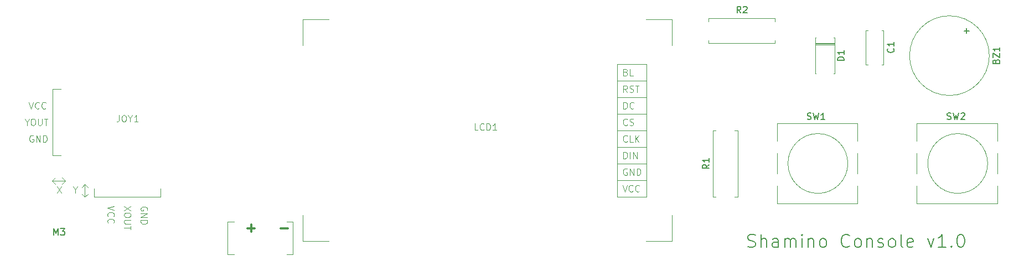
<source format=gbr>
%TF.GenerationSoftware,KiCad,Pcbnew,7.0.10*%
%TF.CreationDate,2024-02-15T20:28:35+01:00*%
%TF.ProjectId,pico_game_console,7069636f-5f67-4616-9d65-5f636f6e736f,rev?*%
%TF.SameCoordinates,Original*%
%TF.FileFunction,Legend,Top*%
%TF.FilePolarity,Positive*%
%FSLAX46Y46*%
G04 Gerber Fmt 4.6, Leading zero omitted, Abs format (unit mm)*
G04 Created by KiCad (PCBNEW 7.0.10) date 2024-02-15 20:28:35*
%MOMM*%
%LPD*%
G01*
G04 APERTURE LIST*
%ADD10C,0.200000*%
%ADD11C,0.150000*%
%ADD12C,0.100000*%
%ADD13C,0.300000*%
%ADD14C,0.120000*%
G04 APERTURE END LIST*
D10*
X149512530Y-54649600D02*
X149798244Y-54744838D01*
X149798244Y-54744838D02*
X150274435Y-54744838D01*
X150274435Y-54744838D02*
X150464911Y-54649600D01*
X150464911Y-54649600D02*
X150560149Y-54554361D01*
X150560149Y-54554361D02*
X150655387Y-54363885D01*
X150655387Y-54363885D02*
X150655387Y-54173409D01*
X150655387Y-54173409D02*
X150560149Y-53982933D01*
X150560149Y-53982933D02*
X150464911Y-53887695D01*
X150464911Y-53887695D02*
X150274435Y-53792457D01*
X150274435Y-53792457D02*
X149893482Y-53697219D01*
X149893482Y-53697219D02*
X149703006Y-53601980D01*
X149703006Y-53601980D02*
X149607768Y-53506742D01*
X149607768Y-53506742D02*
X149512530Y-53316266D01*
X149512530Y-53316266D02*
X149512530Y-53125790D01*
X149512530Y-53125790D02*
X149607768Y-52935314D01*
X149607768Y-52935314D02*
X149703006Y-52840076D01*
X149703006Y-52840076D02*
X149893482Y-52744838D01*
X149893482Y-52744838D02*
X150369673Y-52744838D01*
X150369673Y-52744838D02*
X150655387Y-52840076D01*
X151512530Y-54744838D02*
X151512530Y-52744838D01*
X152369673Y-54744838D02*
X152369673Y-53697219D01*
X152369673Y-53697219D02*
X152274435Y-53506742D01*
X152274435Y-53506742D02*
X152083959Y-53411504D01*
X152083959Y-53411504D02*
X151798244Y-53411504D01*
X151798244Y-53411504D02*
X151607768Y-53506742D01*
X151607768Y-53506742D02*
X151512530Y-53601980D01*
X154179197Y-54744838D02*
X154179197Y-53697219D01*
X154179197Y-53697219D02*
X154083959Y-53506742D01*
X154083959Y-53506742D02*
X153893483Y-53411504D01*
X153893483Y-53411504D02*
X153512530Y-53411504D01*
X153512530Y-53411504D02*
X153322054Y-53506742D01*
X154179197Y-54649600D02*
X153988721Y-54744838D01*
X153988721Y-54744838D02*
X153512530Y-54744838D01*
X153512530Y-54744838D02*
X153322054Y-54649600D01*
X153322054Y-54649600D02*
X153226816Y-54459123D01*
X153226816Y-54459123D02*
X153226816Y-54268647D01*
X153226816Y-54268647D02*
X153322054Y-54078171D01*
X153322054Y-54078171D02*
X153512530Y-53982933D01*
X153512530Y-53982933D02*
X153988721Y-53982933D01*
X153988721Y-53982933D02*
X154179197Y-53887695D01*
X155131578Y-54744838D02*
X155131578Y-53411504D01*
X155131578Y-53601980D02*
X155226816Y-53506742D01*
X155226816Y-53506742D02*
X155417292Y-53411504D01*
X155417292Y-53411504D02*
X155703007Y-53411504D01*
X155703007Y-53411504D02*
X155893483Y-53506742D01*
X155893483Y-53506742D02*
X155988721Y-53697219D01*
X155988721Y-53697219D02*
X155988721Y-54744838D01*
X155988721Y-53697219D02*
X156083959Y-53506742D01*
X156083959Y-53506742D02*
X156274435Y-53411504D01*
X156274435Y-53411504D02*
X156560149Y-53411504D01*
X156560149Y-53411504D02*
X156750626Y-53506742D01*
X156750626Y-53506742D02*
X156845864Y-53697219D01*
X156845864Y-53697219D02*
X156845864Y-54744838D01*
X157798245Y-54744838D02*
X157798245Y-53411504D01*
X157798245Y-52744838D02*
X157703007Y-52840076D01*
X157703007Y-52840076D02*
X157798245Y-52935314D01*
X157798245Y-52935314D02*
X157893483Y-52840076D01*
X157893483Y-52840076D02*
X157798245Y-52744838D01*
X157798245Y-52744838D02*
X157798245Y-52935314D01*
X158750626Y-53411504D02*
X158750626Y-54744838D01*
X158750626Y-53601980D02*
X158845864Y-53506742D01*
X158845864Y-53506742D02*
X159036340Y-53411504D01*
X159036340Y-53411504D02*
X159322055Y-53411504D01*
X159322055Y-53411504D02*
X159512531Y-53506742D01*
X159512531Y-53506742D02*
X159607769Y-53697219D01*
X159607769Y-53697219D02*
X159607769Y-54744838D01*
X160845864Y-54744838D02*
X160655388Y-54649600D01*
X160655388Y-54649600D02*
X160560150Y-54554361D01*
X160560150Y-54554361D02*
X160464912Y-54363885D01*
X160464912Y-54363885D02*
X160464912Y-53792457D01*
X160464912Y-53792457D02*
X160560150Y-53601980D01*
X160560150Y-53601980D02*
X160655388Y-53506742D01*
X160655388Y-53506742D02*
X160845864Y-53411504D01*
X160845864Y-53411504D02*
X161131579Y-53411504D01*
X161131579Y-53411504D02*
X161322055Y-53506742D01*
X161322055Y-53506742D02*
X161417293Y-53601980D01*
X161417293Y-53601980D02*
X161512531Y-53792457D01*
X161512531Y-53792457D02*
X161512531Y-54363885D01*
X161512531Y-54363885D02*
X161417293Y-54554361D01*
X161417293Y-54554361D02*
X161322055Y-54649600D01*
X161322055Y-54649600D02*
X161131579Y-54744838D01*
X161131579Y-54744838D02*
X160845864Y-54744838D01*
X165036341Y-54554361D02*
X164941103Y-54649600D01*
X164941103Y-54649600D02*
X164655389Y-54744838D01*
X164655389Y-54744838D02*
X164464913Y-54744838D01*
X164464913Y-54744838D02*
X164179198Y-54649600D01*
X164179198Y-54649600D02*
X163988722Y-54459123D01*
X163988722Y-54459123D02*
X163893484Y-54268647D01*
X163893484Y-54268647D02*
X163798246Y-53887695D01*
X163798246Y-53887695D02*
X163798246Y-53601980D01*
X163798246Y-53601980D02*
X163893484Y-53221028D01*
X163893484Y-53221028D02*
X163988722Y-53030552D01*
X163988722Y-53030552D02*
X164179198Y-52840076D01*
X164179198Y-52840076D02*
X164464913Y-52744838D01*
X164464913Y-52744838D02*
X164655389Y-52744838D01*
X164655389Y-52744838D02*
X164941103Y-52840076D01*
X164941103Y-52840076D02*
X165036341Y-52935314D01*
X166179198Y-54744838D02*
X165988722Y-54649600D01*
X165988722Y-54649600D02*
X165893484Y-54554361D01*
X165893484Y-54554361D02*
X165798246Y-54363885D01*
X165798246Y-54363885D02*
X165798246Y-53792457D01*
X165798246Y-53792457D02*
X165893484Y-53601980D01*
X165893484Y-53601980D02*
X165988722Y-53506742D01*
X165988722Y-53506742D02*
X166179198Y-53411504D01*
X166179198Y-53411504D02*
X166464913Y-53411504D01*
X166464913Y-53411504D02*
X166655389Y-53506742D01*
X166655389Y-53506742D02*
X166750627Y-53601980D01*
X166750627Y-53601980D02*
X166845865Y-53792457D01*
X166845865Y-53792457D02*
X166845865Y-54363885D01*
X166845865Y-54363885D02*
X166750627Y-54554361D01*
X166750627Y-54554361D02*
X166655389Y-54649600D01*
X166655389Y-54649600D02*
X166464913Y-54744838D01*
X166464913Y-54744838D02*
X166179198Y-54744838D01*
X167703008Y-53411504D02*
X167703008Y-54744838D01*
X167703008Y-53601980D02*
X167798246Y-53506742D01*
X167798246Y-53506742D02*
X167988722Y-53411504D01*
X167988722Y-53411504D02*
X168274437Y-53411504D01*
X168274437Y-53411504D02*
X168464913Y-53506742D01*
X168464913Y-53506742D02*
X168560151Y-53697219D01*
X168560151Y-53697219D02*
X168560151Y-54744838D01*
X169417294Y-54649600D02*
X169607770Y-54744838D01*
X169607770Y-54744838D02*
X169988722Y-54744838D01*
X169988722Y-54744838D02*
X170179199Y-54649600D01*
X170179199Y-54649600D02*
X170274437Y-54459123D01*
X170274437Y-54459123D02*
X170274437Y-54363885D01*
X170274437Y-54363885D02*
X170179199Y-54173409D01*
X170179199Y-54173409D02*
X169988722Y-54078171D01*
X169988722Y-54078171D02*
X169703008Y-54078171D01*
X169703008Y-54078171D02*
X169512532Y-53982933D01*
X169512532Y-53982933D02*
X169417294Y-53792457D01*
X169417294Y-53792457D02*
X169417294Y-53697219D01*
X169417294Y-53697219D02*
X169512532Y-53506742D01*
X169512532Y-53506742D02*
X169703008Y-53411504D01*
X169703008Y-53411504D02*
X169988722Y-53411504D01*
X169988722Y-53411504D02*
X170179199Y-53506742D01*
X171417294Y-54744838D02*
X171226818Y-54649600D01*
X171226818Y-54649600D02*
X171131580Y-54554361D01*
X171131580Y-54554361D02*
X171036342Y-54363885D01*
X171036342Y-54363885D02*
X171036342Y-53792457D01*
X171036342Y-53792457D02*
X171131580Y-53601980D01*
X171131580Y-53601980D02*
X171226818Y-53506742D01*
X171226818Y-53506742D02*
X171417294Y-53411504D01*
X171417294Y-53411504D02*
X171703009Y-53411504D01*
X171703009Y-53411504D02*
X171893485Y-53506742D01*
X171893485Y-53506742D02*
X171988723Y-53601980D01*
X171988723Y-53601980D02*
X172083961Y-53792457D01*
X172083961Y-53792457D02*
X172083961Y-54363885D01*
X172083961Y-54363885D02*
X171988723Y-54554361D01*
X171988723Y-54554361D02*
X171893485Y-54649600D01*
X171893485Y-54649600D02*
X171703009Y-54744838D01*
X171703009Y-54744838D02*
X171417294Y-54744838D01*
X173226818Y-54744838D02*
X173036342Y-54649600D01*
X173036342Y-54649600D02*
X172941104Y-54459123D01*
X172941104Y-54459123D02*
X172941104Y-52744838D01*
X174750628Y-54649600D02*
X174560152Y-54744838D01*
X174560152Y-54744838D02*
X174179199Y-54744838D01*
X174179199Y-54744838D02*
X173988723Y-54649600D01*
X173988723Y-54649600D02*
X173893485Y-54459123D01*
X173893485Y-54459123D02*
X173893485Y-53697219D01*
X173893485Y-53697219D02*
X173988723Y-53506742D01*
X173988723Y-53506742D02*
X174179199Y-53411504D01*
X174179199Y-53411504D02*
X174560152Y-53411504D01*
X174560152Y-53411504D02*
X174750628Y-53506742D01*
X174750628Y-53506742D02*
X174845866Y-53697219D01*
X174845866Y-53697219D02*
X174845866Y-53887695D01*
X174845866Y-53887695D02*
X173893485Y-54078171D01*
X177036343Y-53411504D02*
X177512533Y-54744838D01*
X177512533Y-54744838D02*
X177988724Y-53411504D01*
X179798248Y-54744838D02*
X178655391Y-54744838D01*
X179226819Y-54744838D02*
X179226819Y-52744838D01*
X179226819Y-52744838D02*
X179036343Y-53030552D01*
X179036343Y-53030552D02*
X178845867Y-53221028D01*
X178845867Y-53221028D02*
X178655391Y-53316266D01*
X180655391Y-54554361D02*
X180750629Y-54649600D01*
X180750629Y-54649600D02*
X180655391Y-54744838D01*
X180655391Y-54744838D02*
X180560153Y-54649600D01*
X180560153Y-54649600D02*
X180655391Y-54554361D01*
X180655391Y-54554361D02*
X180655391Y-54744838D01*
X181988724Y-52744838D02*
X182179201Y-52744838D01*
X182179201Y-52744838D02*
X182369677Y-52840076D01*
X182369677Y-52840076D02*
X182464915Y-52935314D01*
X182464915Y-52935314D02*
X182560153Y-53125790D01*
X182560153Y-53125790D02*
X182655391Y-53506742D01*
X182655391Y-53506742D02*
X182655391Y-53982933D01*
X182655391Y-53982933D02*
X182560153Y-54363885D01*
X182560153Y-54363885D02*
X182464915Y-54554361D01*
X182464915Y-54554361D02*
X182369677Y-54649600D01*
X182369677Y-54649600D02*
X182179201Y-54744838D01*
X182179201Y-54744838D02*
X181988724Y-54744838D01*
X181988724Y-54744838D02*
X181798248Y-54649600D01*
X181798248Y-54649600D02*
X181703010Y-54554361D01*
X181703010Y-54554361D02*
X181607772Y-54363885D01*
X181607772Y-54363885D02*
X181512534Y-53982933D01*
X181512534Y-53982933D02*
X181512534Y-53506742D01*
X181512534Y-53506742D02*
X181607772Y-53125790D01*
X181607772Y-53125790D02*
X181703010Y-52935314D01*
X181703010Y-52935314D02*
X181798248Y-52840076D01*
X181798248Y-52840076D02*
X181988724Y-52744838D01*
D11*
X43336779Y-52869819D02*
X43336779Y-51869819D01*
X43336779Y-51869819D02*
X43670112Y-52584104D01*
X43670112Y-52584104D02*
X44003445Y-51869819D01*
X44003445Y-51869819D02*
X44003445Y-52869819D01*
X44384398Y-51869819D02*
X45003445Y-51869819D01*
X45003445Y-51869819D02*
X44670112Y-52250771D01*
X44670112Y-52250771D02*
X44812969Y-52250771D01*
X44812969Y-52250771D02*
X44908207Y-52298390D01*
X44908207Y-52298390D02*
X44955826Y-52346009D01*
X44955826Y-52346009D02*
X45003445Y-52441247D01*
X45003445Y-52441247D02*
X45003445Y-52679342D01*
X45003445Y-52679342D02*
X44955826Y-52774580D01*
X44955826Y-52774580D02*
X44908207Y-52822200D01*
X44908207Y-52822200D02*
X44812969Y-52869819D01*
X44812969Y-52869819D02*
X44527255Y-52869819D01*
X44527255Y-52869819D02*
X44432017Y-52822200D01*
X44432017Y-52822200D02*
X44384398Y-52774580D01*
D12*
X108223333Y-36787419D02*
X107747143Y-36787419D01*
X107747143Y-36787419D02*
X107747143Y-35787419D01*
X109128095Y-36692180D02*
X109080476Y-36739800D01*
X109080476Y-36739800D02*
X108937619Y-36787419D01*
X108937619Y-36787419D02*
X108842381Y-36787419D01*
X108842381Y-36787419D02*
X108699524Y-36739800D01*
X108699524Y-36739800D02*
X108604286Y-36644561D01*
X108604286Y-36644561D02*
X108556667Y-36549323D01*
X108556667Y-36549323D02*
X108509048Y-36358847D01*
X108509048Y-36358847D02*
X108509048Y-36215990D01*
X108509048Y-36215990D02*
X108556667Y-36025514D01*
X108556667Y-36025514D02*
X108604286Y-35930276D01*
X108604286Y-35930276D02*
X108699524Y-35835038D01*
X108699524Y-35835038D02*
X108842381Y-35787419D01*
X108842381Y-35787419D02*
X108937619Y-35787419D01*
X108937619Y-35787419D02*
X109080476Y-35835038D01*
X109080476Y-35835038D02*
X109128095Y-35882657D01*
X109556667Y-36787419D02*
X109556667Y-35787419D01*
X109556667Y-35787419D02*
X109794762Y-35787419D01*
X109794762Y-35787419D02*
X109937619Y-35835038D01*
X109937619Y-35835038D02*
X110032857Y-35930276D01*
X110032857Y-35930276D02*
X110080476Y-36025514D01*
X110080476Y-36025514D02*
X110128095Y-36215990D01*
X110128095Y-36215990D02*
X110128095Y-36358847D01*
X110128095Y-36358847D02*
X110080476Y-36549323D01*
X110080476Y-36549323D02*
X110032857Y-36644561D01*
X110032857Y-36644561D02*
X109937619Y-36739800D01*
X109937619Y-36739800D02*
X109794762Y-36787419D01*
X109794762Y-36787419D02*
X109556667Y-36787419D01*
X111080476Y-36787419D02*
X110509048Y-36787419D01*
X110794762Y-36787419D02*
X110794762Y-35787419D01*
X110794762Y-35787419D02*
X110699524Y-35930276D01*
X110699524Y-35930276D02*
X110604286Y-36025514D01*
X110604286Y-36025514D02*
X110509048Y-36073133D01*
X130336027Y-45227419D02*
X130669360Y-46227419D01*
X130669360Y-46227419D02*
X131002693Y-45227419D01*
X131907455Y-46132180D02*
X131859836Y-46179800D01*
X131859836Y-46179800D02*
X131716979Y-46227419D01*
X131716979Y-46227419D02*
X131621741Y-46227419D01*
X131621741Y-46227419D02*
X131478884Y-46179800D01*
X131478884Y-46179800D02*
X131383646Y-46084561D01*
X131383646Y-46084561D02*
X131336027Y-45989323D01*
X131336027Y-45989323D02*
X131288408Y-45798847D01*
X131288408Y-45798847D02*
X131288408Y-45655990D01*
X131288408Y-45655990D02*
X131336027Y-45465514D01*
X131336027Y-45465514D02*
X131383646Y-45370276D01*
X131383646Y-45370276D02*
X131478884Y-45275038D01*
X131478884Y-45275038D02*
X131621741Y-45227419D01*
X131621741Y-45227419D02*
X131716979Y-45227419D01*
X131716979Y-45227419D02*
X131859836Y-45275038D01*
X131859836Y-45275038D02*
X131907455Y-45322657D01*
X132907455Y-46132180D02*
X132859836Y-46179800D01*
X132859836Y-46179800D02*
X132716979Y-46227419D01*
X132716979Y-46227419D02*
X132621741Y-46227419D01*
X132621741Y-46227419D02*
X132478884Y-46179800D01*
X132478884Y-46179800D02*
X132383646Y-46084561D01*
X132383646Y-46084561D02*
X132336027Y-45989323D01*
X132336027Y-45989323D02*
X132288408Y-45798847D01*
X132288408Y-45798847D02*
X132288408Y-45655990D01*
X132288408Y-45655990D02*
X132336027Y-45465514D01*
X132336027Y-45465514D02*
X132383646Y-45370276D01*
X132383646Y-45370276D02*
X132478884Y-45275038D01*
X132478884Y-45275038D02*
X132621741Y-45227419D01*
X132621741Y-45227419D02*
X132716979Y-45227419D01*
X132716979Y-45227419D02*
X132859836Y-45275038D01*
X132859836Y-45275038D02*
X132907455Y-45322657D01*
X131050312Y-35972180D02*
X131002693Y-36019800D01*
X131002693Y-36019800D02*
X130859836Y-36067419D01*
X130859836Y-36067419D02*
X130764598Y-36067419D01*
X130764598Y-36067419D02*
X130621741Y-36019800D01*
X130621741Y-36019800D02*
X130526503Y-35924561D01*
X130526503Y-35924561D02*
X130478884Y-35829323D01*
X130478884Y-35829323D02*
X130431265Y-35638847D01*
X130431265Y-35638847D02*
X130431265Y-35495990D01*
X130431265Y-35495990D02*
X130478884Y-35305514D01*
X130478884Y-35305514D02*
X130526503Y-35210276D01*
X130526503Y-35210276D02*
X130621741Y-35115038D01*
X130621741Y-35115038D02*
X130764598Y-35067419D01*
X130764598Y-35067419D02*
X130859836Y-35067419D01*
X130859836Y-35067419D02*
X131002693Y-35115038D01*
X131002693Y-35115038D02*
X131050312Y-35162657D01*
X131431265Y-36019800D02*
X131574122Y-36067419D01*
X131574122Y-36067419D02*
X131812217Y-36067419D01*
X131812217Y-36067419D02*
X131907455Y-36019800D01*
X131907455Y-36019800D02*
X131955074Y-35972180D01*
X131955074Y-35972180D02*
X132002693Y-35876942D01*
X132002693Y-35876942D02*
X132002693Y-35781704D01*
X132002693Y-35781704D02*
X131955074Y-35686466D01*
X131955074Y-35686466D02*
X131907455Y-35638847D01*
X131907455Y-35638847D02*
X131812217Y-35591228D01*
X131812217Y-35591228D02*
X131621741Y-35543609D01*
X131621741Y-35543609D02*
X131526503Y-35495990D01*
X131526503Y-35495990D02*
X131478884Y-35448371D01*
X131478884Y-35448371D02*
X131431265Y-35353133D01*
X131431265Y-35353133D02*
X131431265Y-35257895D01*
X131431265Y-35257895D02*
X131478884Y-35162657D01*
X131478884Y-35162657D02*
X131526503Y-35115038D01*
X131526503Y-35115038D02*
X131621741Y-35067419D01*
X131621741Y-35067419D02*
X131859836Y-35067419D01*
X131859836Y-35067419D02*
X132002693Y-35115038D01*
X131050312Y-30987419D02*
X130716979Y-30511228D01*
X130478884Y-30987419D02*
X130478884Y-29987419D01*
X130478884Y-29987419D02*
X130859836Y-29987419D01*
X130859836Y-29987419D02*
X130955074Y-30035038D01*
X130955074Y-30035038D02*
X131002693Y-30082657D01*
X131002693Y-30082657D02*
X131050312Y-30177895D01*
X131050312Y-30177895D02*
X131050312Y-30320752D01*
X131050312Y-30320752D02*
X131002693Y-30415990D01*
X131002693Y-30415990D02*
X130955074Y-30463609D01*
X130955074Y-30463609D02*
X130859836Y-30511228D01*
X130859836Y-30511228D02*
X130478884Y-30511228D01*
X131431265Y-30939800D02*
X131574122Y-30987419D01*
X131574122Y-30987419D02*
X131812217Y-30987419D01*
X131812217Y-30987419D02*
X131907455Y-30939800D01*
X131907455Y-30939800D02*
X131955074Y-30892180D01*
X131955074Y-30892180D02*
X132002693Y-30796942D01*
X132002693Y-30796942D02*
X132002693Y-30701704D01*
X132002693Y-30701704D02*
X131955074Y-30606466D01*
X131955074Y-30606466D02*
X131907455Y-30558847D01*
X131907455Y-30558847D02*
X131812217Y-30511228D01*
X131812217Y-30511228D02*
X131621741Y-30463609D01*
X131621741Y-30463609D02*
X131526503Y-30415990D01*
X131526503Y-30415990D02*
X131478884Y-30368371D01*
X131478884Y-30368371D02*
X131431265Y-30273133D01*
X131431265Y-30273133D02*
X131431265Y-30177895D01*
X131431265Y-30177895D02*
X131478884Y-30082657D01*
X131478884Y-30082657D02*
X131526503Y-30035038D01*
X131526503Y-30035038D02*
X131621741Y-29987419D01*
X131621741Y-29987419D02*
X131859836Y-29987419D01*
X131859836Y-29987419D02*
X132002693Y-30035038D01*
X132288408Y-29987419D02*
X132859836Y-29987419D01*
X132574122Y-30987419D02*
X132574122Y-29987419D01*
X130478884Y-33527419D02*
X130478884Y-32527419D01*
X130478884Y-32527419D02*
X130716979Y-32527419D01*
X130716979Y-32527419D02*
X130859836Y-32575038D01*
X130859836Y-32575038D02*
X130955074Y-32670276D01*
X130955074Y-32670276D02*
X131002693Y-32765514D01*
X131002693Y-32765514D02*
X131050312Y-32955990D01*
X131050312Y-32955990D02*
X131050312Y-33098847D01*
X131050312Y-33098847D02*
X131002693Y-33289323D01*
X131002693Y-33289323D02*
X130955074Y-33384561D01*
X130955074Y-33384561D02*
X130859836Y-33479800D01*
X130859836Y-33479800D02*
X130716979Y-33527419D01*
X130716979Y-33527419D02*
X130478884Y-33527419D01*
X132050312Y-33432180D02*
X132002693Y-33479800D01*
X132002693Y-33479800D02*
X131859836Y-33527419D01*
X131859836Y-33527419D02*
X131764598Y-33527419D01*
X131764598Y-33527419D02*
X131621741Y-33479800D01*
X131621741Y-33479800D02*
X131526503Y-33384561D01*
X131526503Y-33384561D02*
X131478884Y-33289323D01*
X131478884Y-33289323D02*
X131431265Y-33098847D01*
X131431265Y-33098847D02*
X131431265Y-32955990D01*
X131431265Y-32955990D02*
X131478884Y-32765514D01*
X131478884Y-32765514D02*
X131526503Y-32670276D01*
X131526503Y-32670276D02*
X131621741Y-32575038D01*
X131621741Y-32575038D02*
X131764598Y-32527419D01*
X131764598Y-32527419D02*
X131859836Y-32527419D01*
X131859836Y-32527419D02*
X132002693Y-32575038D01*
X132002693Y-32575038D02*
X132050312Y-32622657D01*
X131002693Y-42735038D02*
X130907455Y-42687419D01*
X130907455Y-42687419D02*
X130764598Y-42687419D01*
X130764598Y-42687419D02*
X130621741Y-42735038D01*
X130621741Y-42735038D02*
X130526503Y-42830276D01*
X130526503Y-42830276D02*
X130478884Y-42925514D01*
X130478884Y-42925514D02*
X130431265Y-43115990D01*
X130431265Y-43115990D02*
X130431265Y-43258847D01*
X130431265Y-43258847D02*
X130478884Y-43449323D01*
X130478884Y-43449323D02*
X130526503Y-43544561D01*
X130526503Y-43544561D02*
X130621741Y-43639800D01*
X130621741Y-43639800D02*
X130764598Y-43687419D01*
X130764598Y-43687419D02*
X130859836Y-43687419D01*
X130859836Y-43687419D02*
X131002693Y-43639800D01*
X131002693Y-43639800D02*
X131050312Y-43592180D01*
X131050312Y-43592180D02*
X131050312Y-43258847D01*
X131050312Y-43258847D02*
X130859836Y-43258847D01*
X131478884Y-43687419D02*
X131478884Y-42687419D01*
X131478884Y-42687419D02*
X132050312Y-43687419D01*
X132050312Y-43687419D02*
X132050312Y-42687419D01*
X132526503Y-43687419D02*
X132526503Y-42687419D01*
X132526503Y-42687419D02*
X132764598Y-42687419D01*
X132764598Y-42687419D02*
X132907455Y-42735038D01*
X132907455Y-42735038D02*
X133002693Y-42830276D01*
X133002693Y-42830276D02*
X133050312Y-42925514D01*
X133050312Y-42925514D02*
X133097931Y-43115990D01*
X133097931Y-43115990D02*
X133097931Y-43258847D01*
X133097931Y-43258847D02*
X133050312Y-43449323D01*
X133050312Y-43449323D02*
X133002693Y-43544561D01*
X133002693Y-43544561D02*
X132907455Y-43639800D01*
X132907455Y-43639800D02*
X132764598Y-43687419D01*
X132764598Y-43687419D02*
X132526503Y-43687419D01*
X131050312Y-38512180D02*
X131002693Y-38559800D01*
X131002693Y-38559800D02*
X130859836Y-38607419D01*
X130859836Y-38607419D02*
X130764598Y-38607419D01*
X130764598Y-38607419D02*
X130621741Y-38559800D01*
X130621741Y-38559800D02*
X130526503Y-38464561D01*
X130526503Y-38464561D02*
X130478884Y-38369323D01*
X130478884Y-38369323D02*
X130431265Y-38178847D01*
X130431265Y-38178847D02*
X130431265Y-38035990D01*
X130431265Y-38035990D02*
X130478884Y-37845514D01*
X130478884Y-37845514D02*
X130526503Y-37750276D01*
X130526503Y-37750276D02*
X130621741Y-37655038D01*
X130621741Y-37655038D02*
X130764598Y-37607419D01*
X130764598Y-37607419D02*
X130859836Y-37607419D01*
X130859836Y-37607419D02*
X131002693Y-37655038D01*
X131002693Y-37655038D02*
X131050312Y-37702657D01*
X131955074Y-38607419D02*
X131478884Y-38607419D01*
X131478884Y-38607419D02*
X131478884Y-37607419D01*
X132288408Y-38607419D02*
X132288408Y-37607419D01*
X132859836Y-38607419D02*
X132431265Y-38035990D01*
X132859836Y-37607419D02*
X132288408Y-38178847D01*
X130812217Y-27923609D02*
X130955074Y-27971228D01*
X130955074Y-27971228D02*
X131002693Y-28018847D01*
X131002693Y-28018847D02*
X131050312Y-28114085D01*
X131050312Y-28114085D02*
X131050312Y-28256942D01*
X131050312Y-28256942D02*
X131002693Y-28352180D01*
X131002693Y-28352180D02*
X130955074Y-28399800D01*
X130955074Y-28399800D02*
X130859836Y-28447419D01*
X130859836Y-28447419D02*
X130478884Y-28447419D01*
X130478884Y-28447419D02*
X130478884Y-27447419D01*
X130478884Y-27447419D02*
X130812217Y-27447419D01*
X130812217Y-27447419D02*
X130907455Y-27495038D01*
X130907455Y-27495038D02*
X130955074Y-27542657D01*
X130955074Y-27542657D02*
X131002693Y-27637895D01*
X131002693Y-27637895D02*
X131002693Y-27733133D01*
X131002693Y-27733133D02*
X130955074Y-27828371D01*
X130955074Y-27828371D02*
X130907455Y-27875990D01*
X130907455Y-27875990D02*
X130812217Y-27923609D01*
X130812217Y-27923609D02*
X130478884Y-27923609D01*
X131955074Y-28447419D02*
X131478884Y-28447419D01*
X131478884Y-28447419D02*
X131478884Y-27447419D01*
X130478884Y-41147419D02*
X130478884Y-40147419D01*
X130478884Y-40147419D02*
X130716979Y-40147419D01*
X130716979Y-40147419D02*
X130859836Y-40195038D01*
X130859836Y-40195038D02*
X130955074Y-40290276D01*
X130955074Y-40290276D02*
X131002693Y-40385514D01*
X131002693Y-40385514D02*
X131050312Y-40575990D01*
X131050312Y-40575990D02*
X131050312Y-40718847D01*
X131050312Y-40718847D02*
X131002693Y-40909323D01*
X131002693Y-40909323D02*
X130955074Y-41004561D01*
X130955074Y-41004561D02*
X130859836Y-41099800D01*
X130859836Y-41099800D02*
X130716979Y-41147419D01*
X130716979Y-41147419D02*
X130478884Y-41147419D01*
X131478884Y-41147419D02*
X131478884Y-40147419D01*
X131955074Y-41147419D02*
X131955074Y-40147419D01*
X131955074Y-40147419D02*
X132526502Y-41147419D01*
X132526502Y-41147419D02*
X132526502Y-40147419D01*
X53324285Y-34517419D02*
X53324285Y-35231704D01*
X53324285Y-35231704D02*
X53276666Y-35374561D01*
X53276666Y-35374561D02*
X53181428Y-35469800D01*
X53181428Y-35469800D02*
X53038571Y-35517419D01*
X53038571Y-35517419D02*
X52943333Y-35517419D01*
X53990952Y-34517419D02*
X54181428Y-34517419D01*
X54181428Y-34517419D02*
X54276666Y-34565038D01*
X54276666Y-34565038D02*
X54371904Y-34660276D01*
X54371904Y-34660276D02*
X54419523Y-34850752D01*
X54419523Y-34850752D02*
X54419523Y-35184085D01*
X54419523Y-35184085D02*
X54371904Y-35374561D01*
X54371904Y-35374561D02*
X54276666Y-35469800D01*
X54276666Y-35469800D02*
X54181428Y-35517419D01*
X54181428Y-35517419D02*
X53990952Y-35517419D01*
X53990952Y-35517419D02*
X53895714Y-35469800D01*
X53895714Y-35469800D02*
X53800476Y-35374561D01*
X53800476Y-35374561D02*
X53752857Y-35184085D01*
X53752857Y-35184085D02*
X53752857Y-34850752D01*
X53752857Y-34850752D02*
X53800476Y-34660276D01*
X53800476Y-34660276D02*
X53895714Y-34565038D01*
X53895714Y-34565038D02*
X53990952Y-34517419D01*
X55038571Y-35041228D02*
X55038571Y-35517419D01*
X54705238Y-34517419D02*
X55038571Y-35041228D01*
X55038571Y-35041228D02*
X55371904Y-34517419D01*
X56229047Y-35517419D02*
X55657619Y-35517419D01*
X55943333Y-35517419D02*
X55943333Y-34517419D01*
X55943333Y-34517419D02*
X55848095Y-34660276D01*
X55848095Y-34660276D02*
X55752857Y-34755514D01*
X55752857Y-34755514D02*
X55657619Y-34803133D01*
X52562580Y-48421027D02*
X51562580Y-48754360D01*
X51562580Y-48754360D02*
X52562580Y-49087693D01*
X51657819Y-49992455D02*
X51610200Y-49944836D01*
X51610200Y-49944836D02*
X51562580Y-49801979D01*
X51562580Y-49801979D02*
X51562580Y-49706741D01*
X51562580Y-49706741D02*
X51610200Y-49563884D01*
X51610200Y-49563884D02*
X51705438Y-49468646D01*
X51705438Y-49468646D02*
X51800676Y-49421027D01*
X51800676Y-49421027D02*
X51991152Y-49373408D01*
X51991152Y-49373408D02*
X52134009Y-49373408D01*
X52134009Y-49373408D02*
X52324485Y-49421027D01*
X52324485Y-49421027D02*
X52419723Y-49468646D01*
X52419723Y-49468646D02*
X52514961Y-49563884D01*
X52514961Y-49563884D02*
X52562580Y-49706741D01*
X52562580Y-49706741D02*
X52562580Y-49801979D01*
X52562580Y-49801979D02*
X52514961Y-49944836D01*
X52514961Y-49944836D02*
X52467342Y-49992455D01*
X51657819Y-50992455D02*
X51610200Y-50944836D01*
X51610200Y-50944836D02*
X51562580Y-50801979D01*
X51562580Y-50801979D02*
X51562580Y-50706741D01*
X51562580Y-50706741D02*
X51610200Y-50563884D01*
X51610200Y-50563884D02*
X51705438Y-50468646D01*
X51705438Y-50468646D02*
X51800676Y-50421027D01*
X51800676Y-50421027D02*
X51991152Y-50373408D01*
X51991152Y-50373408D02*
X52134009Y-50373408D01*
X52134009Y-50373408D02*
X52324485Y-50421027D01*
X52324485Y-50421027D02*
X52419723Y-50468646D01*
X52419723Y-50468646D02*
X52514961Y-50563884D01*
X52514961Y-50563884D02*
X52562580Y-50706741D01*
X52562580Y-50706741D02*
X52562580Y-50801979D01*
X52562580Y-50801979D02*
X52514961Y-50944836D01*
X52514961Y-50944836D02*
X52467342Y-50992455D01*
X57594961Y-49087693D02*
X57642580Y-48992455D01*
X57642580Y-48992455D02*
X57642580Y-48849598D01*
X57642580Y-48849598D02*
X57594961Y-48706741D01*
X57594961Y-48706741D02*
X57499723Y-48611503D01*
X57499723Y-48611503D02*
X57404485Y-48563884D01*
X57404485Y-48563884D02*
X57214009Y-48516265D01*
X57214009Y-48516265D02*
X57071152Y-48516265D01*
X57071152Y-48516265D02*
X56880676Y-48563884D01*
X56880676Y-48563884D02*
X56785438Y-48611503D01*
X56785438Y-48611503D02*
X56690200Y-48706741D01*
X56690200Y-48706741D02*
X56642580Y-48849598D01*
X56642580Y-48849598D02*
X56642580Y-48944836D01*
X56642580Y-48944836D02*
X56690200Y-49087693D01*
X56690200Y-49087693D02*
X56737819Y-49135312D01*
X56737819Y-49135312D02*
X57071152Y-49135312D01*
X57071152Y-49135312D02*
X57071152Y-48944836D01*
X56642580Y-49563884D02*
X57642580Y-49563884D01*
X57642580Y-49563884D02*
X56642580Y-50135312D01*
X56642580Y-50135312D02*
X57642580Y-50135312D01*
X56642580Y-50611503D02*
X57642580Y-50611503D01*
X57642580Y-50611503D02*
X57642580Y-50849598D01*
X57642580Y-50849598D02*
X57594961Y-50992455D01*
X57594961Y-50992455D02*
X57499723Y-51087693D01*
X57499723Y-51087693D02*
X57404485Y-51135312D01*
X57404485Y-51135312D02*
X57214009Y-51182931D01*
X57214009Y-51182931D02*
X57071152Y-51182931D01*
X57071152Y-51182931D02*
X56880676Y-51135312D01*
X56880676Y-51135312D02*
X56785438Y-51087693D01*
X56785438Y-51087693D02*
X56690200Y-50992455D01*
X56690200Y-50992455D02*
X56642580Y-50849598D01*
X56642580Y-50849598D02*
X56642580Y-50611503D01*
X43818646Y-45432419D02*
X44485312Y-46432419D01*
X44485312Y-45432419D02*
X43818646Y-46432419D01*
X39229360Y-35591228D02*
X39229360Y-36067419D01*
X38896027Y-35067419D02*
X39229360Y-35591228D01*
X39229360Y-35591228D02*
X39562693Y-35067419D01*
X40086503Y-35067419D02*
X40276979Y-35067419D01*
X40276979Y-35067419D02*
X40372217Y-35115038D01*
X40372217Y-35115038D02*
X40467455Y-35210276D01*
X40467455Y-35210276D02*
X40515074Y-35400752D01*
X40515074Y-35400752D02*
X40515074Y-35734085D01*
X40515074Y-35734085D02*
X40467455Y-35924561D01*
X40467455Y-35924561D02*
X40372217Y-36019800D01*
X40372217Y-36019800D02*
X40276979Y-36067419D01*
X40276979Y-36067419D02*
X40086503Y-36067419D01*
X40086503Y-36067419D02*
X39991265Y-36019800D01*
X39991265Y-36019800D02*
X39896027Y-35924561D01*
X39896027Y-35924561D02*
X39848408Y-35734085D01*
X39848408Y-35734085D02*
X39848408Y-35400752D01*
X39848408Y-35400752D02*
X39896027Y-35210276D01*
X39896027Y-35210276D02*
X39991265Y-35115038D01*
X39991265Y-35115038D02*
X40086503Y-35067419D01*
X40943646Y-35067419D02*
X40943646Y-35876942D01*
X40943646Y-35876942D02*
X40991265Y-35972180D01*
X40991265Y-35972180D02*
X41038884Y-36019800D01*
X41038884Y-36019800D02*
X41134122Y-36067419D01*
X41134122Y-36067419D02*
X41324598Y-36067419D01*
X41324598Y-36067419D02*
X41419836Y-36019800D01*
X41419836Y-36019800D02*
X41467455Y-35972180D01*
X41467455Y-35972180D02*
X41515074Y-35876942D01*
X41515074Y-35876942D02*
X41515074Y-35067419D01*
X41848408Y-35067419D02*
X42419836Y-35067419D01*
X42134122Y-36067419D02*
X42134122Y-35067419D01*
X46604360Y-45956228D02*
X46604360Y-46432419D01*
X46271027Y-45432419D02*
X46604360Y-45956228D01*
X46604360Y-45956228D02*
X46937693Y-45432419D01*
X55102580Y-48468646D02*
X54102580Y-49135312D01*
X55102580Y-49135312D02*
X54102580Y-48468646D01*
X55102580Y-49706741D02*
X55102580Y-49897217D01*
X55102580Y-49897217D02*
X55054961Y-49992455D01*
X55054961Y-49992455D02*
X54959723Y-50087693D01*
X54959723Y-50087693D02*
X54769247Y-50135312D01*
X54769247Y-50135312D02*
X54435914Y-50135312D01*
X54435914Y-50135312D02*
X54245438Y-50087693D01*
X54245438Y-50087693D02*
X54150200Y-49992455D01*
X54150200Y-49992455D02*
X54102580Y-49897217D01*
X54102580Y-49897217D02*
X54102580Y-49706741D01*
X54102580Y-49706741D02*
X54150200Y-49611503D01*
X54150200Y-49611503D02*
X54245438Y-49516265D01*
X54245438Y-49516265D02*
X54435914Y-49468646D01*
X54435914Y-49468646D02*
X54769247Y-49468646D01*
X54769247Y-49468646D02*
X54959723Y-49516265D01*
X54959723Y-49516265D02*
X55054961Y-49611503D01*
X55054961Y-49611503D02*
X55102580Y-49706741D01*
X55102580Y-50563884D02*
X54293057Y-50563884D01*
X54293057Y-50563884D02*
X54197819Y-50611503D01*
X54197819Y-50611503D02*
X54150200Y-50659122D01*
X54150200Y-50659122D02*
X54102580Y-50754360D01*
X54102580Y-50754360D02*
X54102580Y-50944836D01*
X54102580Y-50944836D02*
X54150200Y-51040074D01*
X54150200Y-51040074D02*
X54197819Y-51087693D01*
X54197819Y-51087693D02*
X54293057Y-51135312D01*
X54293057Y-51135312D02*
X55102580Y-51135312D01*
X55102580Y-51468646D02*
X55102580Y-52040074D01*
X54102580Y-51754360D02*
X55102580Y-51754360D01*
X39531027Y-32527419D02*
X39864360Y-33527419D01*
X39864360Y-33527419D02*
X40197693Y-32527419D01*
X41102455Y-33432180D02*
X41054836Y-33479800D01*
X41054836Y-33479800D02*
X40911979Y-33527419D01*
X40911979Y-33527419D02*
X40816741Y-33527419D01*
X40816741Y-33527419D02*
X40673884Y-33479800D01*
X40673884Y-33479800D02*
X40578646Y-33384561D01*
X40578646Y-33384561D02*
X40531027Y-33289323D01*
X40531027Y-33289323D02*
X40483408Y-33098847D01*
X40483408Y-33098847D02*
X40483408Y-32955990D01*
X40483408Y-32955990D02*
X40531027Y-32765514D01*
X40531027Y-32765514D02*
X40578646Y-32670276D01*
X40578646Y-32670276D02*
X40673884Y-32575038D01*
X40673884Y-32575038D02*
X40816741Y-32527419D01*
X40816741Y-32527419D02*
X40911979Y-32527419D01*
X40911979Y-32527419D02*
X41054836Y-32575038D01*
X41054836Y-32575038D02*
X41102455Y-32622657D01*
X42102455Y-33432180D02*
X42054836Y-33479800D01*
X42054836Y-33479800D02*
X41911979Y-33527419D01*
X41911979Y-33527419D02*
X41816741Y-33527419D01*
X41816741Y-33527419D02*
X41673884Y-33479800D01*
X41673884Y-33479800D02*
X41578646Y-33384561D01*
X41578646Y-33384561D02*
X41531027Y-33289323D01*
X41531027Y-33289323D02*
X41483408Y-33098847D01*
X41483408Y-33098847D02*
X41483408Y-32955990D01*
X41483408Y-32955990D02*
X41531027Y-32765514D01*
X41531027Y-32765514D02*
X41578646Y-32670276D01*
X41578646Y-32670276D02*
X41673884Y-32575038D01*
X41673884Y-32575038D02*
X41816741Y-32527419D01*
X41816741Y-32527419D02*
X41911979Y-32527419D01*
X41911979Y-32527419D02*
X42054836Y-32575038D01*
X42054836Y-32575038D02*
X42102455Y-32622657D01*
X40197693Y-37655038D02*
X40102455Y-37607419D01*
X40102455Y-37607419D02*
X39959598Y-37607419D01*
X39959598Y-37607419D02*
X39816741Y-37655038D01*
X39816741Y-37655038D02*
X39721503Y-37750276D01*
X39721503Y-37750276D02*
X39673884Y-37845514D01*
X39673884Y-37845514D02*
X39626265Y-38035990D01*
X39626265Y-38035990D02*
X39626265Y-38178847D01*
X39626265Y-38178847D02*
X39673884Y-38369323D01*
X39673884Y-38369323D02*
X39721503Y-38464561D01*
X39721503Y-38464561D02*
X39816741Y-38559800D01*
X39816741Y-38559800D02*
X39959598Y-38607419D01*
X39959598Y-38607419D02*
X40054836Y-38607419D01*
X40054836Y-38607419D02*
X40197693Y-38559800D01*
X40197693Y-38559800D02*
X40245312Y-38512180D01*
X40245312Y-38512180D02*
X40245312Y-38178847D01*
X40245312Y-38178847D02*
X40054836Y-38178847D01*
X40673884Y-38607419D02*
X40673884Y-37607419D01*
X40673884Y-37607419D02*
X41245312Y-38607419D01*
X41245312Y-38607419D02*
X41245312Y-37607419D01*
X41721503Y-38607419D02*
X41721503Y-37607419D01*
X41721503Y-37607419D02*
X41959598Y-37607419D01*
X41959598Y-37607419D02*
X42102455Y-37655038D01*
X42102455Y-37655038D02*
X42197693Y-37750276D01*
X42197693Y-37750276D02*
X42245312Y-37845514D01*
X42245312Y-37845514D02*
X42292931Y-38035990D01*
X42292931Y-38035990D02*
X42292931Y-38178847D01*
X42292931Y-38178847D02*
X42245312Y-38369323D01*
X42245312Y-38369323D02*
X42197693Y-38464561D01*
X42197693Y-38464561D02*
X42102455Y-38559800D01*
X42102455Y-38559800D02*
X41959598Y-38607419D01*
X41959598Y-38607419D02*
X41721503Y-38607419D01*
D13*
X72944510Y-51807400D02*
X74087368Y-51807400D01*
X73515939Y-52378828D02*
X73515939Y-51235971D01*
X78024510Y-51807400D02*
X79167368Y-51807400D01*
D11*
X180006667Y-35117200D02*
X180149524Y-35164819D01*
X180149524Y-35164819D02*
X180387619Y-35164819D01*
X180387619Y-35164819D02*
X180482857Y-35117200D01*
X180482857Y-35117200D02*
X180530476Y-35069580D01*
X180530476Y-35069580D02*
X180578095Y-34974342D01*
X180578095Y-34974342D02*
X180578095Y-34879104D01*
X180578095Y-34879104D02*
X180530476Y-34783866D01*
X180530476Y-34783866D02*
X180482857Y-34736247D01*
X180482857Y-34736247D02*
X180387619Y-34688628D01*
X180387619Y-34688628D02*
X180197143Y-34641009D01*
X180197143Y-34641009D02*
X180101905Y-34593390D01*
X180101905Y-34593390D02*
X180054286Y-34545771D01*
X180054286Y-34545771D02*
X180006667Y-34450533D01*
X180006667Y-34450533D02*
X180006667Y-34355295D01*
X180006667Y-34355295D02*
X180054286Y-34260057D01*
X180054286Y-34260057D02*
X180101905Y-34212438D01*
X180101905Y-34212438D02*
X180197143Y-34164819D01*
X180197143Y-34164819D02*
X180435238Y-34164819D01*
X180435238Y-34164819D02*
X180578095Y-34212438D01*
X180911429Y-34164819D02*
X181149524Y-35164819D01*
X181149524Y-35164819D02*
X181340000Y-34450533D01*
X181340000Y-34450533D02*
X181530476Y-35164819D01*
X181530476Y-35164819D02*
X181768572Y-34164819D01*
X182101905Y-34260057D02*
X182149524Y-34212438D01*
X182149524Y-34212438D02*
X182244762Y-34164819D01*
X182244762Y-34164819D02*
X182482857Y-34164819D01*
X182482857Y-34164819D02*
X182578095Y-34212438D01*
X182578095Y-34212438D02*
X182625714Y-34260057D01*
X182625714Y-34260057D02*
X182673333Y-34355295D01*
X182673333Y-34355295D02*
X182673333Y-34450533D01*
X182673333Y-34450533D02*
X182625714Y-34593390D01*
X182625714Y-34593390D02*
X182054286Y-35164819D01*
X182054286Y-35164819D02*
X182673333Y-35164819D01*
X158616667Y-35117200D02*
X158759524Y-35164819D01*
X158759524Y-35164819D02*
X158997619Y-35164819D01*
X158997619Y-35164819D02*
X159092857Y-35117200D01*
X159092857Y-35117200D02*
X159140476Y-35069580D01*
X159140476Y-35069580D02*
X159188095Y-34974342D01*
X159188095Y-34974342D02*
X159188095Y-34879104D01*
X159188095Y-34879104D02*
X159140476Y-34783866D01*
X159140476Y-34783866D02*
X159092857Y-34736247D01*
X159092857Y-34736247D02*
X158997619Y-34688628D01*
X158997619Y-34688628D02*
X158807143Y-34641009D01*
X158807143Y-34641009D02*
X158711905Y-34593390D01*
X158711905Y-34593390D02*
X158664286Y-34545771D01*
X158664286Y-34545771D02*
X158616667Y-34450533D01*
X158616667Y-34450533D02*
X158616667Y-34355295D01*
X158616667Y-34355295D02*
X158664286Y-34260057D01*
X158664286Y-34260057D02*
X158711905Y-34212438D01*
X158711905Y-34212438D02*
X158807143Y-34164819D01*
X158807143Y-34164819D02*
X159045238Y-34164819D01*
X159045238Y-34164819D02*
X159188095Y-34212438D01*
X159521429Y-34164819D02*
X159759524Y-35164819D01*
X159759524Y-35164819D02*
X159950000Y-34450533D01*
X159950000Y-34450533D02*
X160140476Y-35164819D01*
X160140476Y-35164819D02*
X160378572Y-34164819D01*
X161283333Y-35164819D02*
X160711905Y-35164819D01*
X160997619Y-35164819D02*
X160997619Y-34164819D01*
X160997619Y-34164819D02*
X160902381Y-34307676D01*
X160902381Y-34307676D02*
X160807143Y-34402914D01*
X160807143Y-34402914D02*
X160711905Y-34450533D01*
X148423333Y-18869819D02*
X148090000Y-18393628D01*
X147851905Y-18869819D02*
X147851905Y-17869819D01*
X147851905Y-17869819D02*
X148232857Y-17869819D01*
X148232857Y-17869819D02*
X148328095Y-17917438D01*
X148328095Y-17917438D02*
X148375714Y-17965057D01*
X148375714Y-17965057D02*
X148423333Y-18060295D01*
X148423333Y-18060295D02*
X148423333Y-18203152D01*
X148423333Y-18203152D02*
X148375714Y-18298390D01*
X148375714Y-18298390D02*
X148328095Y-18346009D01*
X148328095Y-18346009D02*
X148232857Y-18393628D01*
X148232857Y-18393628D02*
X147851905Y-18393628D01*
X148804286Y-17965057D02*
X148851905Y-17917438D01*
X148851905Y-17917438D02*
X148947143Y-17869819D01*
X148947143Y-17869819D02*
X149185238Y-17869819D01*
X149185238Y-17869819D02*
X149280476Y-17917438D01*
X149280476Y-17917438D02*
X149328095Y-17965057D01*
X149328095Y-17965057D02*
X149375714Y-18060295D01*
X149375714Y-18060295D02*
X149375714Y-18155533D01*
X149375714Y-18155533D02*
X149328095Y-18298390D01*
X149328095Y-18298390D02*
X148756667Y-18869819D01*
X148756667Y-18869819D02*
X149375714Y-18869819D01*
X143584819Y-42076666D02*
X143108628Y-42409999D01*
X143584819Y-42648094D02*
X142584819Y-42648094D01*
X142584819Y-42648094D02*
X142584819Y-42267142D01*
X142584819Y-42267142D02*
X142632438Y-42171904D01*
X142632438Y-42171904D02*
X142680057Y-42124285D01*
X142680057Y-42124285D02*
X142775295Y-42076666D01*
X142775295Y-42076666D02*
X142918152Y-42076666D01*
X142918152Y-42076666D02*
X143013390Y-42124285D01*
X143013390Y-42124285D02*
X143061009Y-42171904D01*
X143061009Y-42171904D02*
X143108628Y-42267142D01*
X143108628Y-42267142D02*
X143108628Y-42648094D01*
X143584819Y-41124285D02*
X143584819Y-41695713D01*
X143584819Y-41409999D02*
X142584819Y-41409999D01*
X142584819Y-41409999D02*
X142727676Y-41505237D01*
X142727676Y-41505237D02*
X142822914Y-41600475D01*
X142822914Y-41600475D02*
X142870533Y-41695713D01*
X164214819Y-26138094D02*
X163214819Y-26138094D01*
X163214819Y-26138094D02*
X163214819Y-25899999D01*
X163214819Y-25899999D02*
X163262438Y-25757142D01*
X163262438Y-25757142D02*
X163357676Y-25661904D01*
X163357676Y-25661904D02*
X163452914Y-25614285D01*
X163452914Y-25614285D02*
X163643390Y-25566666D01*
X163643390Y-25566666D02*
X163786247Y-25566666D01*
X163786247Y-25566666D02*
X163976723Y-25614285D01*
X163976723Y-25614285D02*
X164071961Y-25661904D01*
X164071961Y-25661904D02*
X164167200Y-25757142D01*
X164167200Y-25757142D02*
X164214819Y-25899999D01*
X164214819Y-25899999D02*
X164214819Y-26138094D01*
X164214819Y-24614285D02*
X164214819Y-25185713D01*
X164214819Y-24899999D02*
X163214819Y-24899999D01*
X163214819Y-24899999D02*
X163357676Y-24995237D01*
X163357676Y-24995237D02*
X163452914Y-25090475D01*
X163452914Y-25090475D02*
X163500533Y-25185713D01*
X171769580Y-24296666D02*
X171817200Y-24344285D01*
X171817200Y-24344285D02*
X171864819Y-24487142D01*
X171864819Y-24487142D02*
X171864819Y-24582380D01*
X171864819Y-24582380D02*
X171817200Y-24725237D01*
X171817200Y-24725237D02*
X171721961Y-24820475D01*
X171721961Y-24820475D02*
X171626723Y-24868094D01*
X171626723Y-24868094D02*
X171436247Y-24915713D01*
X171436247Y-24915713D02*
X171293390Y-24915713D01*
X171293390Y-24915713D02*
X171102914Y-24868094D01*
X171102914Y-24868094D02*
X171007676Y-24820475D01*
X171007676Y-24820475D02*
X170912438Y-24725237D01*
X170912438Y-24725237D02*
X170864819Y-24582380D01*
X170864819Y-24582380D02*
X170864819Y-24487142D01*
X170864819Y-24487142D02*
X170912438Y-24344285D01*
X170912438Y-24344285D02*
X170960057Y-24296666D01*
X171864819Y-23344285D02*
X171864819Y-23915713D01*
X171864819Y-23629999D02*
X170864819Y-23629999D01*
X170864819Y-23629999D02*
X171007676Y-23725237D01*
X171007676Y-23725237D02*
X171102914Y-23820475D01*
X171102914Y-23820475D02*
X171150533Y-23915713D01*
X187471009Y-26280952D02*
X187518628Y-26138095D01*
X187518628Y-26138095D02*
X187566247Y-26090476D01*
X187566247Y-26090476D02*
X187661485Y-26042857D01*
X187661485Y-26042857D02*
X187804342Y-26042857D01*
X187804342Y-26042857D02*
X187899580Y-26090476D01*
X187899580Y-26090476D02*
X187947200Y-26138095D01*
X187947200Y-26138095D02*
X187994819Y-26233333D01*
X187994819Y-26233333D02*
X187994819Y-26614285D01*
X187994819Y-26614285D02*
X186994819Y-26614285D01*
X186994819Y-26614285D02*
X186994819Y-26280952D01*
X186994819Y-26280952D02*
X187042438Y-26185714D01*
X187042438Y-26185714D02*
X187090057Y-26138095D01*
X187090057Y-26138095D02*
X187185295Y-26090476D01*
X187185295Y-26090476D02*
X187280533Y-26090476D01*
X187280533Y-26090476D02*
X187375771Y-26138095D01*
X187375771Y-26138095D02*
X187423390Y-26185714D01*
X187423390Y-26185714D02*
X187471009Y-26280952D01*
X187471009Y-26280952D02*
X187471009Y-26614285D01*
X186994819Y-25709523D02*
X186994819Y-25042857D01*
X186994819Y-25042857D02*
X187994819Y-25709523D01*
X187994819Y-25709523D02*
X187994819Y-25042857D01*
X187994819Y-24138095D02*
X187994819Y-24709523D01*
X187994819Y-24423809D02*
X186994819Y-24423809D01*
X186994819Y-24423809D02*
X187137676Y-24519047D01*
X187137676Y-24519047D02*
X187232914Y-24614285D01*
X187232914Y-24614285D02*
X187280533Y-24709523D01*
X182953866Y-21970951D02*
X182953866Y-21209047D01*
X183334819Y-21589999D02*
X182572914Y-21589999D01*
D12*
%TO.C,LCD1*%
X81390000Y-19830000D02*
X81390000Y-23830000D01*
X81390000Y-19830000D02*
X85390000Y-19830000D01*
X81390000Y-23830000D02*
X81390000Y-19830000D01*
X81390000Y-49830000D02*
X81390000Y-53830000D01*
X81390000Y-53830000D02*
X81390000Y-49830000D01*
X81390000Y-53830000D02*
X85390000Y-53830000D01*
X133890000Y-19830000D02*
X137890000Y-19830000D01*
X137890000Y-19830000D02*
X133890000Y-19830000D01*
X137890000Y-19830000D02*
X137890000Y-23830000D01*
X137890000Y-23830000D02*
X137890000Y-19830000D01*
X137890000Y-49830000D02*
X137890000Y-53830000D01*
X137890000Y-53830000D02*
X133890000Y-53830000D01*
X137890000Y-53830000D02*
X137890000Y-49830000D01*
X133985000Y-26670000D02*
X129540000Y-26670000D01*
X129540000Y-26670000D02*
X129540000Y-29210000D01*
X129540000Y-29210000D02*
X133985000Y-29210000D01*
X133985000Y-29210000D02*
X133985000Y-26670000D01*
X133985000Y-29210000D02*
X129540000Y-29210000D01*
X129540000Y-29210000D02*
X129540000Y-31750000D01*
X129540000Y-31750000D02*
X133985000Y-31750000D01*
X133985000Y-31750000D02*
X133985000Y-29210000D01*
X133985000Y-31750000D02*
X129540000Y-31750000D01*
X129540000Y-31750000D02*
X129540000Y-34290000D01*
X129540000Y-34290000D02*
X133985000Y-34290000D01*
X133985000Y-34290000D02*
X133985000Y-31750000D01*
X133985000Y-34290000D02*
X129540000Y-34290000D01*
X129540000Y-34290000D02*
X129540000Y-36830000D01*
X129540000Y-36830000D02*
X133985000Y-36830000D01*
X133985000Y-36830000D02*
X133985000Y-34290000D01*
X133985000Y-36830000D02*
X129540000Y-36830000D01*
X129540000Y-36830000D02*
X129540000Y-39370000D01*
X129540000Y-39370000D02*
X133985000Y-39370000D01*
X133985000Y-39370000D02*
X133985000Y-36830000D01*
X133985000Y-39370000D02*
X129540000Y-39370000D01*
X129540000Y-39370000D02*
X129540000Y-41910000D01*
X129540000Y-41910000D02*
X133985000Y-41910000D01*
X133985000Y-41910000D02*
X133985000Y-39370000D01*
X133985000Y-41910000D02*
X129540000Y-41910000D01*
X129540000Y-41910000D02*
X129540000Y-44450000D01*
X129540000Y-44450000D02*
X133985000Y-44450000D01*
X133985000Y-44450000D02*
X133985000Y-41910000D01*
X133985000Y-44450000D02*
X129540000Y-44450000D01*
X129540000Y-44450000D02*
X129540000Y-46990000D01*
X129540000Y-46990000D02*
X133985000Y-46990000D01*
X133985000Y-46990000D02*
X133985000Y-44450000D01*
%TO.C,JOY1*%
X43110000Y-44560000D02*
X43610000Y-44060000D01*
X43110000Y-44560000D02*
X43610000Y-45060000D01*
X43180000Y-30480000D02*
X43180000Y-40640000D01*
X43180000Y-40640000D02*
X44450000Y-40640000D01*
X43610000Y-44060000D02*
X43110000Y-44560000D01*
X44110000Y-44560000D02*
X43110000Y-44560000D01*
X44110000Y-44560000D02*
X45110000Y-44560000D01*
X44450000Y-30480000D02*
X43180000Y-30480000D01*
X44610000Y-44060000D02*
X45110000Y-44560000D01*
X44610000Y-45060000D02*
X45110000Y-44560000D01*
X45110000Y-44560000D02*
X44610000Y-44060000D01*
X45110000Y-44560000D02*
X44610000Y-45060000D01*
X47610000Y-45560000D02*
X48110000Y-45060000D01*
X47610000Y-46560000D02*
X48110000Y-47060000D01*
X48110000Y-45060000D02*
X47610000Y-45560000D01*
X48110000Y-45060000D02*
X48110000Y-46060000D01*
X48110000Y-45060000D02*
X48610000Y-45560000D01*
X48110000Y-46060000D02*
X48110000Y-45060000D01*
X48110000Y-46060000D02*
X48110000Y-47060000D01*
X48110000Y-47060000D02*
X47610000Y-46560000D01*
X48110000Y-47060000D02*
X48610000Y-46560000D01*
X48610000Y-45560000D02*
X48110000Y-45060000D01*
X48610000Y-46560000D02*
X48110000Y-47060000D01*
X49530000Y-46990000D02*
X49530000Y-45720000D01*
X59690000Y-45720000D02*
X59690000Y-46990000D01*
X59690000Y-46990000D02*
X49530000Y-46990000D01*
%TO.C,+3V/GND1*%
X69930000Y-50840000D02*
X69930000Y-55840000D01*
X69930000Y-55840000D02*
X70930000Y-55840000D01*
X70930000Y-50840000D02*
X69930000Y-50840000D01*
X78930000Y-50840000D02*
X79930000Y-50840000D01*
X79930000Y-50840000D02*
X78930000Y-50840000D01*
X79930000Y-50840000D02*
X79930000Y-55840000D01*
X79930000Y-55840000D02*
X78930000Y-55840000D01*
D14*
%TO.C,SW2*%
X186189050Y-41910000D02*
G75*
G03*
X177030950Y-41910000I-4579050J0D01*
G01*
X177030950Y-41910000D02*
G75*
G03*
X186189050Y-41910000I4579050J0D01*
G01*
X175360000Y-48020000D02*
X175360000Y-45300000D01*
X187660000Y-48020000D02*
X175360000Y-48020000D01*
X187660000Y-40300000D02*
X187660000Y-43440000D01*
X187660000Y-45300000D02*
X187660000Y-48020000D01*
X175360000Y-35720000D02*
X187660000Y-35720000D01*
X175360000Y-43440000D02*
X175360000Y-40300000D01*
X175360000Y-38440000D02*
X175360000Y-35720000D01*
X187660000Y-35720000D02*
X187660000Y-38440000D01*
%TO.C,SW1*%
X164799050Y-41910000D02*
G75*
G03*
X155640950Y-41910000I-4579050J0D01*
G01*
X155640950Y-41910000D02*
G75*
G03*
X164799050Y-41910000I4579050J0D01*
G01*
X153970000Y-48020000D02*
X153970000Y-45300000D01*
X166270000Y-48020000D02*
X153970000Y-48020000D01*
X166270000Y-40300000D02*
X166270000Y-43440000D01*
X166270000Y-45300000D02*
X166270000Y-48020000D01*
X153970000Y-35720000D02*
X166270000Y-35720000D01*
X153970000Y-43440000D02*
X153970000Y-40300000D01*
X153970000Y-38440000D02*
X153970000Y-35720000D01*
X166270000Y-35720000D02*
X166270000Y-38440000D01*
%TO.C,R2*%
X143520000Y-23510000D02*
X143520000Y-23030000D01*
X153660000Y-19670000D02*
X143520000Y-19670000D01*
X153660000Y-20150000D02*
X153660000Y-19670000D01*
X153660000Y-23510000D02*
X143520000Y-23510000D01*
X143520000Y-19670000D02*
X143520000Y-20150000D01*
X153660000Y-23030000D02*
X153660000Y-23510000D01*
%TO.C,R1*%
X144610000Y-46980000D02*
X144130000Y-46980000D01*
X147970000Y-36840000D02*
X147490000Y-36840000D01*
X144130000Y-46980000D02*
X144130000Y-36840000D01*
X147490000Y-46980000D02*
X147970000Y-46980000D01*
X147970000Y-46980000D02*
X147970000Y-36840000D01*
X144130000Y-36840000D02*
X144610000Y-36840000D01*
%TO.C,D1*%
X162760000Y-23460000D02*
X159820000Y-23460000D01*
X162760000Y-22680000D02*
X162760000Y-28120000D01*
X162760000Y-23700000D02*
X159820000Y-23700000D01*
X162760000Y-28120000D02*
X162630000Y-28120000D01*
X162760000Y-23580000D02*
X159820000Y-23580000D01*
X159820000Y-22680000D02*
X159820000Y-28120000D01*
X159820000Y-28120000D02*
X159950000Y-28120000D01*
X159950000Y-22680000D02*
X159820000Y-22680000D01*
X162630000Y-22680000D02*
X162760000Y-22680000D01*
%TO.C,C1*%
X167855000Y-26750000D02*
X167540000Y-26750000D01*
X170280000Y-21510000D02*
X170280000Y-26750000D01*
X167540000Y-21510000D02*
X167540000Y-26750000D01*
X170280000Y-26750000D02*
X169965000Y-26750000D01*
X167855000Y-21510000D02*
X167540000Y-21510000D01*
X170280000Y-21510000D02*
X169965000Y-21510000D01*
%TO.C,BZ1*%
X186440000Y-25400000D02*
G75*
G03*
X174240000Y-25400000I-6100000J0D01*
G01*
X174240000Y-25400000D02*
G75*
G03*
X186440000Y-25400000I6100000J0D01*
G01*
%TD*%
M02*

</source>
